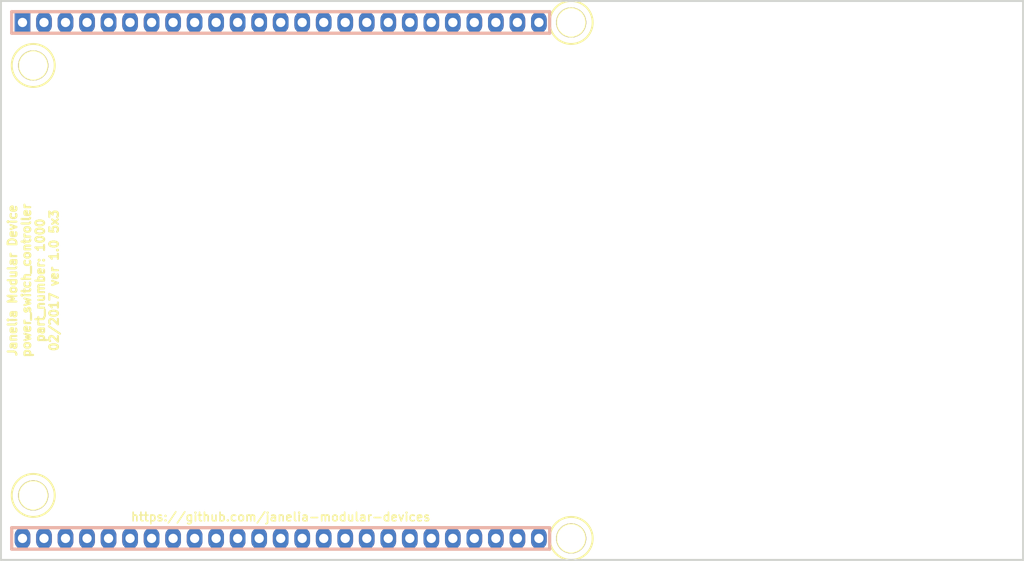
<source format=kicad_pcb>
(kicad_pcb (version 20170123) (host pcbnew no-vcs-found-7602~57~ubuntu16.04.1)

  (general
    (links 0)
    (no_connects 0)
    (area 0 0 0 0)
    (thickness 1.6)
    (drawings 6)
    (tracks 0)
    (zones 0)
    (modules 1)
    (nets 1)
  )

  (page A4)
  (title_block
    (title power_switch_controller_5x3)
    (rev 1.0)
  )

  (layers
    (0 F.Cu signal)
    (31 B.Cu signal)
    (32 B.Adhes user)
    (33 F.Adhes user)
    (34 B.Paste user)
    (35 F.Paste user)
    (36 B.SilkS user)
    (37 F.SilkS user)
    (38 B.Mask user)
    (39 F.Mask user)
    (40 Dwgs.User user hide)
    (41 Cmts.User user)
    (42 Eco1.User user)
    (43 Eco2.User user)
    (44 Edge.Cuts user)
    (45 Margin user)
    (46 B.CrtYd user)
    (47 F.CrtYd user)
    (48 B.Fab user)
    (49 F.Fab user)
  )

  (setup
    (last_trace_width 0.254)
    (trace_clearance 0.0254)
    (zone_clearance 0.2032)
    (zone_45_only no)
    (trace_min 0.254)
    (segment_width 0.2286)
    (edge_width 0.2286)
    (via_size 0.889)
    (via_drill 0.635)
    (via_min_size 0.889)
    (via_min_drill 0.508)
    (uvia_size 0.508)
    (uvia_drill 0.127)
    (uvias_allowed no)
    (uvia_min_size 0.508)
    (uvia_min_drill 0.127)
    (pcb_text_width 0.3)
    (pcb_text_size 1.5 1.5)
    (mod_edge_width 0.381)
    (mod_text_size 1 1)
    (mod_text_width 0.15)
    (pad_size 1.016 4.4958)
    (pad_drill 0)
    (pad_to_mask_clearance 0)
    (aux_axis_origin 0 0)
    (visible_elements FFFFF77F)
    (pcbplotparams
      (layerselection 0x000f0_ffffffff)
      (usegerberextensions true)
      (excludeedgelayer false)
      (linewidth 0.100000)
      (plotframeref false)
      (viasonmask false)
      (mode 1)
      (useauxorigin false)
      (hpglpennumber 1)
      (hpglpenspeed 20)
      (hpglpendiameter 15)
      (psnegative false)
      (psa4output false)
      (plotreference true)
      (plotvalue true)
      (plotinvisibletext false)
      (padsonsilk false)
      (subtractmaskfromsilk true)
      (outputformat 1)
      (mirror false)
      (drillshape 0)
      (scaleselection 1)
      (outputdirectory gerbers/))
  )

  (net 0 "")

  (net_class Default "This is the default net class."
    (clearance 0.0254)
    (trace_width 0.254)
    (via_dia 0.889)
    (via_drill 0.635)
    (uvia_dia 0.508)
    (uvia_drill 0.127)
    (diff_pair_gap 0.254)
    (diff_pair_width 0.254)
  )

  (net_class GND ""
    (clearance 0.1016)
    (trace_width 0.4064)
    (via_dia 0.889)
    (via_drill 0.635)
    (uvia_dia 0.508)
    (uvia_drill 0.127)
    (diff_pair_gap 0.254)
    (diff_pair_width 0.254)
  )

  (net_class LEDPOWER ""
    (clearance 0.254)
    (trace_width 0.6096)
    (via_dia 0.889)
    (via_drill 0.635)
    (uvia_dia 0.508)
    (uvia_drill 0.127)
    (diff_pair_gap 0.254)
    (diff_pair_width 0.254)
  )

  (net_class POWER ""
    (clearance 0.254)
    (trace_width 0.8128)
    (via_dia 0.889)
    (via_drill 0.635)
    (uvia_dia 0.508)
    (uvia_drill 0.127)
    (diff_pair_gap 0.254)
    (diff_pair_width 0.254)
  )

  (net_class SIGNAL ""
    (clearance 0.1016)
    (trace_width 0.4064)
    (via_dia 0.889)
    (via_drill 0.635)
    (uvia_dia 0.508)
    (uvia_drill 0.127)
    (diff_pair_gap 0.254)
    (diff_pair_width 0.254)
  )

  (net_class SUPERPOWER ""
    (clearance 0.254)
    (trace_width 1.2192)
    (via_dia 0.889)
    (via_drill 0.635)
    (uvia_dia 0.508)
    (uvia_drill 0.127)
    (diff_pair_gap 0.254)
    (diff_pair_width 0.254)
  )

  (module power_switch_controller_5x3:MODULAR_DEVICE_BASE_5X3_MALE (layer F.Cu) (tedit 589B780D) (tstamp 589B7BA4)
    (at 91.44 105.41)
    (path /589B83C9)
    (fp_text reference MDB1 (at 0 0) (layer F.SilkS) hide
      (effects (font (size 1.016 1.016) (thickness 0.254)))
    )
    (fp_text value MODULAR_DEVICE_BASE_5x3_MALE (at 0 2.54) (layer F.SilkS) hide
      (effects (font (thickness 0.3048)))
    )
    (fp_line (start -20.32 29.21) (end -20.32 31.75) (layer B.SilkS) (width 0.381))
    (fp_line (start 43.18 31.75) (end 43.18 29.21) (layer B.SilkS) (width 0.381))
    (fp_line (start -20.32 -31.75) (end -20.32 -29.21) (layer B.SilkS) (width 0.381))
    (fp_line (start 43.18 -29.21) (end 43.18 -31.75) (layer B.SilkS) (width 0.381))
    (fp_line (start -21.59 -33.02) (end -21.59 33.02) (layer F.Fab) (width 0.2286))
    (fp_line (start -21.59 33.02) (end 99.06 33.02) (layer F.Fab) (width 0.2286))
    (fp_line (start 99.06 33.02) (end 99.06 -33.02) (layer F.Fab) (width 0.2286))
    (fp_line (start 99.06 -33.02) (end -21.59 -33.02) (layer F.Fab) (width 0.2286))
    (fp_line (start -20.32 29.21) (end 43.18 29.21) (layer B.SilkS) (width 0.381))
    (fp_line (start -20.32 31.75) (end 43.18 31.75) (layer B.SilkS) (width 0.381))
    (fp_line (start -20.32 -31.75) (end 43.18 -31.75) (layer B.SilkS) (width 0.381))
    (fp_line (start -20.32 -29.21) (end 43.18 -29.21) (layer B.SilkS) (width 0.381))
    (fp_circle (center -17.78 -25.4) (end -15.24 -25.4) (layer F.SilkS) (width 0.2286))
    (fp_circle (center -17.78 25.4) (end -15.24 25.4) (layer F.SilkS) (width 0.2286))
    (fp_circle (center 45.72 -30.48) (end 48.26 -30.48) (layer F.SilkS) (width 0.2286))
    (fp_circle (center 45.72 30.48) (end 48.26 30.48) (layer F.SilkS) (width 0.2286))
    (pad GND thru_hole oval (at -16.51 -30.48) (size 1.8542 2.54) (drill 1.0922) (layers *.Cu *.Mask))
    (pad A10 thru_hole oval (at -13.97 -30.48) (size 1.8542 2.54) (drill 1.0922) (layers *.Cu *.Mask))
    (pad VDD thru_hole rect (at -19.05 -30.48) (size 1.8542 2.54) (drill 1.0922) (layers *.Cu *.Mask))
    (pad A11 thru_hole oval (at -11.43 -30.48) (size 1.8542 2.54) (drill 1.0922) (layers *.Cu *.Mask))
    (pad 2 thru_hole oval (at -8.89 -30.48) (size 1.8542 2.54) (drill 1.0922) (layers *.Cu *.Mask))
    (pad 55 thru_hole oval (at -6.35 -30.48) (size 1.8542 2.54) (drill 1.0922) (layers *.Cu *.Mask))
    (pad 54 thru_hole oval (at -3.81 -30.48) (size 1.8542 2.54) (drill 1.0922) (layers *.Cu *.Mask))
    (pad 5 thru_hole oval (at -1.27 -30.48) (size 1.8542 2.54) (drill 1.0922) (layers *.Cu *.Mask))
    (pad 6 thru_hole oval (at 1.27 -30.48) (size 1.8542 2.54) (drill 1.0922) (layers *.Cu *.Mask))
    (pad 52 thru_hole oval (at 3.81 -30.48) (size 1.8542 2.54) (drill 1.0922) (layers *.Cu *.Mask))
    (pad 40 thru_hole oval (at 6.35 -30.48) (size 1.8542 2.54) (drill 1.0922) (layers *.Cu *.Mask))
    (pad 41 thru_hole oval (at 8.89 -30.48) (size 1.8542 2.54) (drill 1.0922) (layers *.Cu *.Mask))
    (pad 42 thru_hole oval (at 11.43 -30.48) (size 1.8542 2.54) (drill 1.0922) (layers *.Cu *.Mask))
    (pad 11 thru_hole oval (at 13.97 -30.48) (size 1.8542 2.54) (drill 1.0922) (layers *.Cu *.Mask))
    (pad 12 thru_hole oval (at 16.51 -30.48) (size 1.8542 2.54) (drill 1.0922) (layers *.Cu *.Mask))
    (pad 50 thru_hole oval (at 19.05 -30.48) (size 1.8542 2.54) (drill 1.0922) (layers *.Cu *.Mask))
    (pad 53 thru_hole oval (at 19.05 30.48) (size 1.8542 2.54) (drill 1.0922) (layers *.Cu *.Mask))
    (pad 13 thru_hole oval (at 16.51 30.48) (size 1.8542 2.54) (drill 1.0922) (layers *.Cu *.Mask))
    (pad 14 thru_hole oval (at 13.97 30.48) (size 1.8542 2.54) (drill 1.0922) (layers *.Cu *.Mask))
    (pad 15 thru_hole oval (at 11.43 30.48) (size 1.8542 2.54) (drill 1.0922) (layers *.Cu *.Mask))
    (pad 16 thru_hole oval (at 8.89 30.48) (size 1.8542 2.54) (drill 1.0922) (layers *.Cu *.Mask))
    (pad 17 thru_hole oval (at 6.35 30.48) (size 1.8542 2.54) (drill 1.0922) (layers *.Cu *.Mask))
    (pad 18 thru_hole oval (at 3.81 30.48) (size 1.8542 2.54) (drill 1.0922) (layers *.Cu *.Mask))
    (pad 19 thru_hole oval (at 1.27 30.48) (size 1.8542 2.54) (drill 1.0922) (layers *.Cu *.Mask))
    (pad 20 thru_hole oval (at -1.27 30.48) (size 1.8542 2.54) (drill 1.0922) (layers *.Cu *.Mask))
    (pad 21 thru_hole oval (at -3.81 30.48) (size 1.8542 2.54) (drill 1.0922) (layers *.Cu *.Mask))
    (pad 22 thru_hole oval (at -6.35 30.48) (size 1.8542 2.54) (drill 1.0922) (layers *.Cu *.Mask))
    (pad 23 thru_hole oval (at -8.89 30.48) (size 1.8542 2.54) (drill 1.0922) (layers *.Cu *.Mask))
    (pad 3V3 thru_hole oval (at -11.43 30.48) (size 1.8542 2.54) (drill 1.0922) (layers *.Cu *.Mask))
    (pad AGND thru_hole oval (at -13.97 30.48) (size 1.8542 2.54) (drill 1.0922) (layers *.Cu *.Mask))
    (pad VEE thru_hole oval (at -16.51 30.48) (size 1.8542 2.54) (drill 1.0922) (layers *.Cu *.Mask))
    (pad AREF thru_hole oval (at -19.05 30.48) (size 1.8542 2.54) (drill 1.0922) (layers *.Cu *.Mask))
    (pad "" thru_hole circle (at -17.78 -25.4) (size 3.556 3.556) (drill 3.302) (layers *.Cu *.Mask F.SilkS))
    (pad "" thru_hole circle (at -17.78 25.4) (size 3.556 3.556) (drill 3.302) (layers *.Cu *.Mask F.SilkS))
    (pad "" thru_hole circle (at 45.72 30.48) (size 3.556 3.556) (drill 3.302) (layers *.Cu *.Mask F.SilkS))
    (pad "" thru_hole circle (at 45.72 -30.48) (size 3.556 3.556) (drill 3.302) (layers *.Cu *.Mask F.SilkS))
    (pad DAC1 thru_hole oval (at 21.59 30.48) (size 1.8542 2.54) (drill 1.0922) (layers *.Cu *.Mask))
    (pad DAC0 thru_hole oval (at 24.13 30.48) (size 1.8542 2.54) (drill 1.0922) (layers *.Cu *.Mask))
    (pad 51 thru_hole oval (at 26.67 30.48) (size 1.8542 2.54) (drill 1.0922) (layers *.Cu *.Mask))
    (pad 38 thru_hole oval (at 29.21 30.48) (size 1.8542 2.54) (drill 1.0922) (layers *.Cu *.Mask))
    (pad 37 thru_hole oval (at 31.75 30.48) (size 1.8542 2.54) (drill 1.0922) (layers *.Cu *.Mask))
    (pad 36 thru_hole oval (at 34.29 30.48) (size 1.8542 2.54) (drill 1.0922) (layers *.Cu *.Mask))
    (pad 35 thru_hole oval (at 36.83 30.48) (size 1.8542 2.54) (drill 1.0922) (layers *.Cu *.Mask))
    (pad 34 thru_hole oval (at 39.37 30.48) (size 1.8542 2.54) (drill 1.0922) (layers *.Cu *.Mask))
    (pad 33 thru_hole oval (at 41.91 30.48) (size 1.8542 2.54) (drill 1.0922) (layers *.Cu *.Mask))
    (pad 49 thru_hole oval (at 21.59 -30.48) (size 1.8542 2.54) (drill 1.0922) (layers *.Cu *.Mask))
    (pad 48 thru_hole oval (at 24.13 -30.48) (size 1.8542 2.54) (drill 1.0922) (layers *.Cu *.Mask))
    (pad 47 thru_hole oval (at 26.67 -30.48) (size 1.8542 2.54) (drill 1.0922) (layers *.Cu *.Mask))
    (pad 43 thru_hole oval (at 29.21 -30.48) (size 1.8542 2.54) (drill 1.0922) (layers *.Cu *.Mask))
    (pad 44 thru_hole oval (at 31.75 -30.48) (size 1.8542 2.54) (drill 1.0922) (layers *.Cu *.Mask))
    (pad 29 thru_hole oval (at 34.29 -30.48) (size 1.8542 2.54) (drill 1.0922) (layers *.Cu *.Mask))
    (pad 30 thru_hole oval (at 36.83 -30.48) (size 1.8542 2.54) (drill 1.0922) (layers *.Cu *.Mask))
    (pad 45 thru_hole oval (at 39.37 -30.48) (size 1.8542 2.54) (drill 1.0922) (layers *.Cu *.Mask))
    (pad 46 thru_hole oval (at 41.91 -30.48) (size 1.8542 2.54) (drill 1.0922) (layers *.Cu *.Mask))
  )

  (gr_line (start 190.5 72.39) (end 69.85 72.39) (angle 90) (layer Edge.Cuts) (width 0.2286))
  (gr_line (start 190.5 138.43) (end 190.5 72.39) (angle 90) (layer Edge.Cuts) (width 0.2286))
  (gr_line (start 69.85 138.43) (end 190.5 138.43) (angle 90) (layer Edge.Cuts) (width 0.2286))
  (gr_line (start 69.85 72.39) (end 69.85 138.43) (angle 90) (layer Edge.Cuts) (width 0.2286))
  (gr_text https://github.com/janelia-modular-devices (at 102.87 133.35) (layer F.SilkS)
    (effects (font (size 1.016 1.016) (thickness 0.1905)))
  )
  (gr_text "Janelia Modular Device\npower_switch_controller\npart_number: 1000\n02/2017 ver 1.0 5x3" (at 73.66 105.41 90) (layer F.SilkS)
    (effects (font (size 1.016 1.016) (thickness 0.254)))
  )

)

</source>
